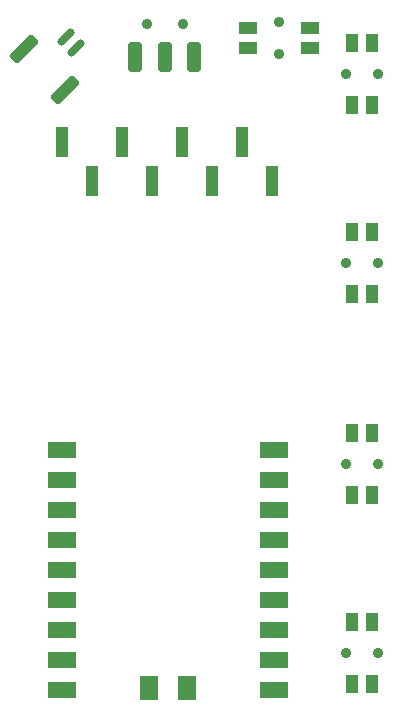
<source format=gbr>
%TF.GenerationSoftware,KiCad,Pcbnew,9.0.0*%
%TF.CreationDate,2025-09-27T11:06:57-07:00*%
%TF.ProjectId,grippy,67726970-7079-42e6-9b69-6361645f7063,rev?*%
%TF.SameCoordinates,Original*%
%TF.FileFunction,Soldermask,Top*%
%TF.FilePolarity,Negative*%
%FSLAX46Y46*%
G04 Gerber Fmt 4.6, Leading zero omitted, Abs format (unit mm)*
G04 Created by KiCad (PCBNEW 9.0.0) date 2025-09-27 11:06:57*
%MOMM*%
%LPD*%
G01*
G04 APERTURE LIST*
G04 Aperture macros list*
%AMRoundRect*
0 Rectangle with rounded corners*
0 $1 Rounding radius*
0 $2 $3 $4 $5 $6 $7 $8 $9 X,Y pos of 4 corners*
0 Add a 4 corners polygon primitive as box body*
4,1,4,$2,$3,$4,$5,$6,$7,$8,$9,$2,$3,0*
0 Add four circle primitives for the rounded corners*
1,1,$1+$1,$2,$3*
1,1,$1+$1,$4,$5*
1,1,$1+$1,$6,$7*
1,1,$1+$1,$8,$9*
0 Add four rect primitives between the rounded corners*
20,1,$1+$1,$2,$3,$4,$5,0*
20,1,$1+$1,$4,$5,$6,$7,0*
20,1,$1+$1,$6,$7,$8,$9,0*
20,1,$1+$1,$8,$9,$2,$3,0*%
G04 Aperture macros list end*
%ADD10R,2.400000X1.400000*%
%ADD11R,1.600000X2.000000*%
%ADD12RoundRect,0.150000X-0.601041X-0.388909X-0.388909X-0.601041X0.601041X0.388909X0.388909X0.601041X0*%
%ADD13RoundRect,0.250000X-0.954594X-0.601041X-0.601041X-0.954594X0.954594X0.601041X0.601041X0.954594X0*%
%ADD14C,0.900000*%
%ADD15R,1.000000X1.550000*%
%ADD16RoundRect,0.240000X0.360000X1.010000X-0.360000X1.010000X-0.360000X-1.010000X0.360000X-1.010000X0*%
%ADD17R,1.000000X2.510000*%
%ADD18R,1.550000X1.000000*%
G04 APERTURE END LIST*
D10*
%TO.C,U1*%
X195060000Y-107330000D03*
X195060000Y-112410000D03*
D11*
X202430000Y-112250000D03*
X205630000Y-112250000D03*
D10*
X195060000Y-109870000D03*
X213000000Y-107330000D03*
X213000000Y-104790000D03*
X213000000Y-102250000D03*
X213000000Y-99710000D03*
X213000000Y-97170000D03*
X213000000Y-94630000D03*
X213000000Y-92090000D03*
X195060000Y-92090000D03*
X195060000Y-94630000D03*
X195060000Y-97170000D03*
X195060000Y-99710000D03*
X195060000Y-102250000D03*
X195060000Y-104790000D03*
X213000000Y-109870000D03*
X213000000Y-112410000D03*
%TD*%
D12*
%TO.C,BAT1*%
X195366117Y-57150000D03*
X196250000Y-58033883D03*
D13*
X191795228Y-58104594D03*
X195295406Y-61604772D03*
%TD*%
D14*
%TO.C,SW3*%
X221825000Y-109250000D03*
X219075000Y-109250000D03*
D15*
X221300000Y-106625000D03*
X221300000Y-111875000D03*
X219600000Y-106625000D03*
X219600000Y-111875000D03*
%TD*%
D14*
%TO.C,SW0*%
X221825000Y-60250000D03*
X219075000Y-60250000D03*
D15*
X221300000Y-57625000D03*
X221300000Y-62875000D03*
X219600000Y-57625000D03*
X219600000Y-62875000D03*
%TD*%
D14*
%TO.C,SW5*%
X205250000Y-56050000D03*
X202250000Y-56050000D03*
D16*
X206250000Y-58800000D03*
X203750000Y-58800000D03*
X201250000Y-58800000D03*
%TD*%
D17*
%TO.C,J1*%
X195055000Y-66005000D03*
X197595000Y-69315000D03*
X200135000Y-66005000D03*
X202675000Y-69315000D03*
X205215000Y-66005000D03*
X207755000Y-69315000D03*
X210295000Y-66005000D03*
X212835000Y-69315000D03*
%TD*%
D14*
%TO.C,SW2*%
X221825000Y-93250000D03*
X219075000Y-93250000D03*
D15*
X221300000Y-90625000D03*
X221300000Y-95875000D03*
X219600000Y-90625000D03*
X219600000Y-95875000D03*
%TD*%
D14*
%TO.C,SW1*%
X221825000Y-76250000D03*
X219075000Y-76250000D03*
D15*
X221300000Y-73625000D03*
X221300000Y-78875000D03*
X219600000Y-73625000D03*
X219600000Y-78875000D03*
%TD*%
D14*
%TO.C,SW4*%
X213425000Y-55850000D03*
X213425000Y-58600000D03*
D18*
X210800000Y-56375000D03*
X216050000Y-56375000D03*
X210800000Y-58075000D03*
X216050000Y-58075000D03*
%TD*%
M02*

</source>
